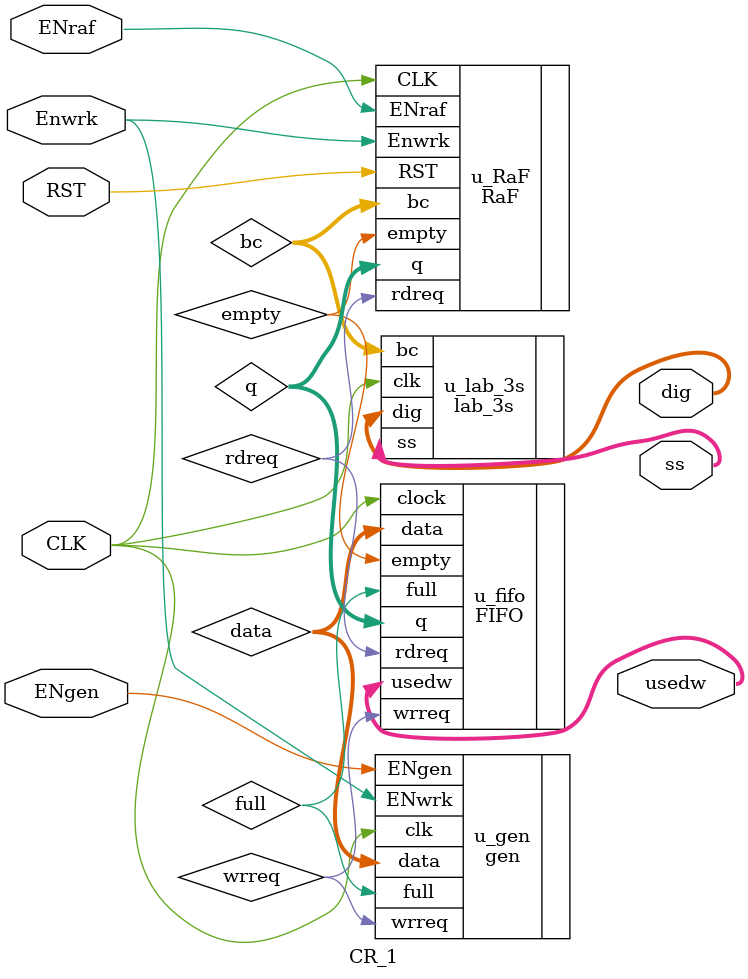
<source format=sv>
module CR_1 (
  input  bit       CLK,
  input  bit       ENgen,
  input  bit       Enwrk,
  input  bit       RST,
  input  bit       ENraf,
  output bit [3:0] usedw,
  output bit [6:0] ss,
  output bit [4:1] dig
);

  bit       full;
  bit       wrreq;
  bit [7:0] data;

  gen u_gen (
    .clk  (CLK),
    .ENgen,
    .ENwrk(Enwrk),
    .full,
    .wrreq,
    .data
  );

  bit       rdreq;
  bit       empty;
  bit [7:0] q;

  FIFO u_fifo (
    .clock(CLK),
    .data(data),
    .rdreq(rdreq),
    .wrreq(wrreq),
    .empty(empty),
    .full(full),
    .q(q),
    .usedw(usedw)
  );

  bit [7:0] bc;

  RaF u_RaF (
    .CLK,
    .ENraf,
    .empty,
    .Enwrk,
    .RST,
    .q,
    .rdreq,
    .bc
  );

  lab_3s u_lab_3s (
    .clk(CLK),
    .bc(bc),
    .ss(ss),
    .dig(dig)
  );


endmodule

</source>
